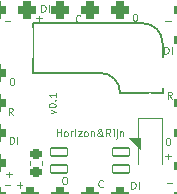
<source format=gto>
G04 #@! TF.GenerationSoftware,KiCad,Pcbnew,(6.0.5)*
G04 #@! TF.CreationDate,2022-08-26T20:17:22-07:00*
G04 #@! TF.ProjectId,single_switch,73696e67-6c65-45f7-9377-697463682e6b,1*
G04 #@! TF.SameCoordinates,Original*
G04 #@! TF.FileFunction,Legend,Top*
G04 #@! TF.FilePolarity,Positive*
%FSLAX46Y46*%
G04 Gerber Fmt 4.6, Leading zero omitted, Abs format (unit mm)*
G04 Created by KiCad (PCBNEW (6.0.5)) date 2022-08-26 20:17:22*
%MOMM*%
%LPD*%
G01*
G04 APERTURE LIST*
G04 Aperture macros list*
%AMRoundRect*
0 Rectangle with rounded corners*
0 $1 Rounding radius*
0 $2 $3 $4 $5 $6 $7 $8 $9 X,Y pos of 4 corners*
0 Add a 4 corners polygon primitive as box body*
4,1,4,$2,$3,$4,$5,$6,$7,$8,$9,$2,$3,0*
0 Add four circle primitives for the rounded corners*
1,1,$1+$1,$2,$3*
1,1,$1+$1,$4,$5*
1,1,$1+$1,$6,$7*
1,1,$1+$1,$8,$9*
0 Add four rect primitives between the rounded corners*
20,1,$1+$1,$2,$3,$4,$5,0*
20,1,$1+$1,$4,$5,$6,$7,0*
20,1,$1+$1,$6,$7,$8,$9,0*
20,1,$1+$1,$8,$9,$2,$3,0*%
G04 Aperture macros list end*
%ADD10C,0.101600*%
%ADD11C,0.120000*%
%ADD12C,0.150000*%
%ADD13C,0.100000*%
%ADD14R,1.200000X0.900000*%
%ADD15RoundRect,0.375000X-0.375000X-0.375000X0.375000X-0.375000X0.375000X0.375000X-0.375000X0.375000X0*%
%ADD16C,3.980180*%
%ADD17C,2.950000*%
%ADD18C,1.700000*%
%ADD19R,2.550000X2.500000*%
%ADD20RoundRect,0.225000X0.250000X-0.225000X0.250000X0.225000X-0.250000X0.225000X-0.250000X-0.225000X0*%
%ADD21RoundRect,0.082000X0.718000X-0.328000X0.718000X0.328000X-0.718000X0.328000X-0.718000X-0.328000X0*%
G04 APERTURE END LIST*
D10*
X105137225Y-122831446D02*
X104672768Y-122831446D01*
X105347682Y-116927771D02*
X105144482Y-116637485D01*
X104999339Y-116927771D02*
X104999339Y-116318171D01*
X105231568Y-116318171D01*
X105289625Y-116347200D01*
X105318654Y-116376228D01*
X105347682Y-116434285D01*
X105347682Y-116521371D01*
X105318654Y-116579428D01*
X105289625Y-116608457D01*
X105231568Y-116637485D01*
X104999339Y-116637485D01*
X108584371Y-116760857D02*
X108990771Y-116615714D01*
X108584371Y-116470571D01*
X108381171Y-116122228D02*
X108381171Y-116064171D01*
X108410200Y-116006114D01*
X108439228Y-115977085D01*
X108497285Y-115948057D01*
X108613400Y-115919028D01*
X108758542Y-115919028D01*
X108874657Y-115948057D01*
X108932714Y-115977085D01*
X108961742Y-116006114D01*
X108990771Y-116064171D01*
X108990771Y-116122228D01*
X108961742Y-116180285D01*
X108932714Y-116209314D01*
X108874657Y-116238342D01*
X108758542Y-116267371D01*
X108613400Y-116267371D01*
X108497285Y-116238342D01*
X108439228Y-116209314D01*
X108410200Y-116180285D01*
X108381171Y-116122228D01*
X108932714Y-115657771D02*
X108961742Y-115628742D01*
X108990771Y-115657771D01*
X108961742Y-115686800D01*
X108932714Y-115657771D01*
X108990771Y-115657771D01*
X108990771Y-115048171D02*
X108990771Y-115396514D01*
X108990771Y-115222342D02*
X108381171Y-115222342D01*
X108468257Y-115280400D01*
X108526314Y-115338457D01*
X108555342Y-115396514D01*
X118726228Y-108988457D02*
X118261771Y-108988457D01*
X118809685Y-115530771D02*
X118606485Y-115240485D01*
X118461342Y-115530771D02*
X118461342Y-114921171D01*
X118693571Y-114921171D01*
X118751628Y-114950200D01*
X118780657Y-114979228D01*
X118809685Y-115037285D01*
X118809685Y-115124371D01*
X118780657Y-115182428D01*
X118751628Y-115211457D01*
X118693571Y-115240485D01*
X118461342Y-115240485D01*
X118435942Y-118858171D02*
X118552057Y-118858171D01*
X118610114Y-118887200D01*
X118668171Y-118945257D01*
X118697200Y-119061371D01*
X118697200Y-119264571D01*
X118668171Y-119380685D01*
X118610114Y-119438742D01*
X118552057Y-119467771D01*
X118435942Y-119467771D01*
X118377885Y-119438742D01*
X118319828Y-119380685D01*
X118290800Y-119264571D01*
X118290800Y-119061371D01*
X118319828Y-118945257D01*
X118377885Y-118887200D01*
X118435942Y-118858171D01*
X105227942Y-113778171D02*
X105344057Y-113778171D01*
X105402114Y-113807200D01*
X105460171Y-113865257D01*
X105489200Y-113981371D01*
X105489200Y-114184571D01*
X105460171Y-114300685D01*
X105402114Y-114358742D01*
X105344057Y-114387771D01*
X105227942Y-114387771D01*
X105169885Y-114358742D01*
X105111828Y-114300685D01*
X105082800Y-114184571D01*
X105082800Y-113981371D01*
X105111828Y-113865257D01*
X105169885Y-113807200D01*
X105227942Y-113778171D01*
X111062682Y-108995703D02*
X111033654Y-109024731D01*
X110946568Y-109053760D01*
X110888511Y-109053760D01*
X110801425Y-109024731D01*
X110743368Y-108966674D01*
X110714339Y-108908617D01*
X110685311Y-108792503D01*
X110685311Y-108705417D01*
X110714339Y-108589303D01*
X110743368Y-108531246D01*
X110801425Y-108473189D01*
X110888511Y-108444160D01*
X110946568Y-108444160D01*
X111033654Y-108473189D01*
X111062682Y-108502217D01*
X115395200Y-123150760D02*
X115395200Y-122541160D01*
X115540342Y-122541160D01*
X115627428Y-122570189D01*
X115685485Y-122628246D01*
X115714514Y-122686303D01*
X115743542Y-122802417D01*
X115743542Y-122889503D01*
X115714514Y-123005617D01*
X115685485Y-123063674D01*
X115627428Y-123121731D01*
X115540342Y-123150760D01*
X115395200Y-123150760D01*
X116004800Y-123150760D02*
X116004800Y-122541160D01*
X109672942Y-122160171D02*
X109789057Y-122160171D01*
X109847114Y-122189200D01*
X109905171Y-122247257D01*
X109934200Y-122363371D01*
X109934200Y-122566571D01*
X109905171Y-122682685D01*
X109847114Y-122740742D01*
X109789057Y-122769771D01*
X109672942Y-122769771D01*
X109614885Y-122740742D01*
X109556828Y-122682685D01*
X109527800Y-122566571D01*
X109527800Y-122363371D01*
X109556828Y-122247257D01*
X109614885Y-122189200D01*
X109672942Y-122160171D01*
X107775200Y-108164771D02*
X107775200Y-107555171D01*
X107920342Y-107555171D01*
X108007428Y-107584200D01*
X108065485Y-107642257D01*
X108094514Y-107700314D01*
X108123542Y-107816428D01*
X108123542Y-107903514D01*
X108094514Y-108019628D01*
X108065485Y-108077685D01*
X108007428Y-108135742D01*
X107920342Y-108164771D01*
X107775200Y-108164771D01*
X108384800Y-108164771D02*
X108384800Y-107555171D01*
X118726228Y-120418457D02*
X118261771Y-120418457D01*
X118494000Y-120186228D02*
X118494000Y-120650685D01*
X112967685Y-122965714D02*
X112938657Y-122994742D01*
X112851571Y-123023771D01*
X112793514Y-123023771D01*
X112706428Y-122994742D01*
X112648371Y-122936685D01*
X112619342Y-122878628D01*
X112590314Y-122762514D01*
X112590314Y-122675428D01*
X112619342Y-122559314D01*
X112648371Y-122501257D01*
X112706428Y-122443200D01*
X112793514Y-122414171D01*
X112851571Y-122414171D01*
X112938657Y-122443200D01*
X112967685Y-122472228D01*
X118853228Y-122704457D02*
X118388771Y-122704457D01*
X106153228Y-122831457D02*
X105688771Y-122831457D01*
X105921000Y-122599228D02*
X105921000Y-123063685D01*
X107804228Y-108734457D02*
X107339771Y-108734457D01*
X107572000Y-108502228D02*
X107572000Y-108966685D01*
X105137228Y-108988457D02*
X104672771Y-108988457D01*
X115641942Y-108317171D02*
X115758057Y-108317171D01*
X115816114Y-108346200D01*
X115874171Y-108404257D01*
X115903200Y-108520371D01*
X115903200Y-108723571D01*
X115874171Y-108839685D01*
X115816114Y-108897742D01*
X115758057Y-108926771D01*
X115641942Y-108926771D01*
X115583885Y-108897742D01*
X115525828Y-108839685D01*
X115496800Y-108723571D01*
X115496800Y-108520371D01*
X115525828Y-108404257D01*
X115583885Y-108346200D01*
X115641942Y-108317171D01*
X105108200Y-119340771D02*
X105108200Y-118731171D01*
X105253342Y-118731171D01*
X105340428Y-118760200D01*
X105398485Y-118818257D01*
X105427514Y-118876314D01*
X105456542Y-118992428D01*
X105456542Y-119079514D01*
X105427514Y-119195628D01*
X105398485Y-119253685D01*
X105340428Y-119311742D01*
X105253342Y-119340771D01*
X105108200Y-119340771D01*
X105717800Y-119340771D02*
X105717800Y-118731171D01*
X105264228Y-121942457D02*
X104799771Y-121942457D01*
X105032000Y-121710228D02*
X105032000Y-122174685D01*
X109059711Y-118705760D02*
X109059711Y-118096160D01*
X109059711Y-118386446D02*
X109408054Y-118386446D01*
X109408054Y-118705760D02*
X109408054Y-118096160D01*
X109785425Y-118705760D02*
X109727368Y-118676731D01*
X109698339Y-118647703D01*
X109669311Y-118589646D01*
X109669311Y-118415474D01*
X109698339Y-118357417D01*
X109727368Y-118328389D01*
X109785425Y-118299360D01*
X109872511Y-118299360D01*
X109930568Y-118328389D01*
X109959597Y-118357417D01*
X109988625Y-118415474D01*
X109988625Y-118589646D01*
X109959597Y-118647703D01*
X109930568Y-118676731D01*
X109872511Y-118705760D01*
X109785425Y-118705760D01*
X110249882Y-118705760D02*
X110249882Y-118299360D01*
X110249882Y-118415474D02*
X110278911Y-118357417D01*
X110307939Y-118328389D01*
X110365997Y-118299360D01*
X110424054Y-118299360D01*
X110627254Y-118705760D02*
X110627254Y-118299360D01*
X110627254Y-118096160D02*
X110598225Y-118125189D01*
X110627254Y-118154217D01*
X110656282Y-118125189D01*
X110627254Y-118096160D01*
X110627254Y-118154217D01*
X110859482Y-118299360D02*
X111178797Y-118299360D01*
X110859482Y-118705760D01*
X111178797Y-118705760D01*
X111498111Y-118705760D02*
X111440054Y-118676731D01*
X111411025Y-118647703D01*
X111381997Y-118589646D01*
X111381997Y-118415474D01*
X111411025Y-118357417D01*
X111440054Y-118328389D01*
X111498111Y-118299360D01*
X111585197Y-118299360D01*
X111643254Y-118328389D01*
X111672282Y-118357417D01*
X111701311Y-118415474D01*
X111701311Y-118589646D01*
X111672282Y-118647703D01*
X111643254Y-118676731D01*
X111585197Y-118705760D01*
X111498111Y-118705760D01*
X111962568Y-118299360D02*
X111962568Y-118705760D01*
X111962568Y-118357417D02*
X111991597Y-118328389D01*
X112049654Y-118299360D01*
X112136739Y-118299360D01*
X112194797Y-118328389D01*
X112223825Y-118386446D01*
X112223825Y-118705760D01*
X113007597Y-118705760D02*
X112978568Y-118705760D01*
X112920511Y-118676731D01*
X112833425Y-118589646D01*
X112688282Y-118415474D01*
X112630225Y-118328389D01*
X112601197Y-118241303D01*
X112601197Y-118183246D01*
X112630225Y-118125189D01*
X112688282Y-118096160D01*
X112717311Y-118096160D01*
X112775368Y-118125189D01*
X112804397Y-118183246D01*
X112804397Y-118212274D01*
X112775368Y-118270331D01*
X112746339Y-118299360D01*
X112572168Y-118415474D01*
X112543139Y-118444503D01*
X112514111Y-118502560D01*
X112514111Y-118589646D01*
X112543139Y-118647703D01*
X112572168Y-118676731D01*
X112630225Y-118705760D01*
X112717311Y-118705760D01*
X112775368Y-118676731D01*
X112804397Y-118647703D01*
X112891482Y-118531589D01*
X112920511Y-118444503D01*
X112920511Y-118386446D01*
X113617197Y-118705760D02*
X113413997Y-118415474D01*
X113268854Y-118705760D02*
X113268854Y-118096160D01*
X113501082Y-118096160D01*
X113559139Y-118125189D01*
X113588168Y-118154217D01*
X113617197Y-118212274D01*
X113617197Y-118299360D01*
X113588168Y-118357417D01*
X113559139Y-118386446D01*
X113501082Y-118415474D01*
X113268854Y-118415474D01*
X113878454Y-118705760D02*
X113878454Y-118299360D01*
X113878454Y-118096160D02*
X113849425Y-118125189D01*
X113878454Y-118154217D01*
X113907482Y-118125189D01*
X113878454Y-118096160D01*
X113878454Y-118154217D01*
X114168739Y-118299360D02*
X114168739Y-118821874D01*
X114139711Y-118879931D01*
X114081654Y-118908960D01*
X114052625Y-118908960D01*
X114168739Y-118096160D02*
X114139711Y-118125189D01*
X114168739Y-118154217D01*
X114197768Y-118125189D01*
X114168739Y-118096160D01*
X114168739Y-118154217D01*
X114459025Y-118299360D02*
X114459025Y-118705760D01*
X114459025Y-118357417D02*
X114488054Y-118328389D01*
X114546111Y-118299360D01*
X114633197Y-118299360D01*
X114691254Y-118328389D01*
X114720282Y-118386446D01*
X114720282Y-118705760D01*
X118189200Y-111720771D02*
X118189200Y-111111171D01*
X118334342Y-111111171D01*
X118421428Y-111140200D01*
X118479485Y-111198257D01*
X118508514Y-111256314D01*
X118537542Y-111372428D01*
X118537542Y-111459514D01*
X118508514Y-111575628D01*
X118479485Y-111633685D01*
X118421428Y-111691742D01*
X118334342Y-111720771D01*
X118189200Y-111720771D01*
X118798800Y-111720771D02*
X118798800Y-111111171D01*
D11*
X115970000Y-117196000D02*
X115970000Y-121096000D01*
X117970000Y-117196000D02*
X115970000Y-117196000D01*
X117970000Y-117196000D02*
X117970000Y-121096000D01*
D12*
X112754997Y-113349989D02*
X107024997Y-113349989D01*
X107024997Y-109139989D02*
X107024997Y-113349989D01*
X118024997Y-110809989D02*
X118024997Y-115024989D01*
X118024997Y-115024989D02*
X114429997Y-115024989D01*
X116349997Y-109134989D02*
X107024997Y-109134989D01*
X114429997Y-115024989D02*
G75*
G03*
X112754997Y-113349989I-1675000J0D01*
G01*
X118024997Y-110809989D02*
G75*
G03*
X116349997Y-109134989I-1675000J0D01*
G01*
D11*
X107828000Y-121110580D02*
X107828000Y-120829420D01*
X106808000Y-121110580D02*
X106808000Y-120829420D01*
G36*
X116100000Y-119750000D02*
G01*
X115200000Y-118850000D01*
X116100000Y-118850000D01*
X116100000Y-119750000D01*
G37*
D13*
X116100000Y-119750000D02*
X115200000Y-118850000D01*
X116100000Y-118850000D01*
X116100000Y-119750000D01*
%LPC*%
D14*
X116970000Y-117796000D03*
X116970000Y-121096000D03*
D15*
X106810000Y-123764000D03*
X119764000Y-121224000D03*
X104016000Y-120970000D03*
X114430000Y-108016000D03*
X119764000Y-123764000D03*
X119764000Y-108016000D03*
X104016000Y-123764000D03*
X109350000Y-108016000D03*
D16*
X111889997Y-115889989D03*
D17*
X115699997Y-113349989D03*
X109349997Y-110809989D03*
D18*
X116969997Y-115889989D03*
X106809997Y-115889989D03*
D19*
X119249997Y-113349989D03*
X105799997Y-110809989D03*
D20*
X107318000Y-121745000D03*
X107318000Y-120195000D03*
D15*
X104016000Y-113350000D03*
X106556000Y-108016000D03*
X104016000Y-108016000D03*
X119764000Y-118430000D03*
X119764000Y-115890000D03*
X104016000Y-115890000D03*
X109350000Y-123764000D03*
X111890000Y-108016000D03*
X114430000Y-123764000D03*
X119764000Y-110556000D03*
X111890000Y-123764000D03*
X104016000Y-118430000D03*
D21*
X109300000Y-121500000D03*
X109300000Y-120000000D03*
X114500000Y-120000000D03*
X114500000Y-121500000D03*
M02*

</source>
